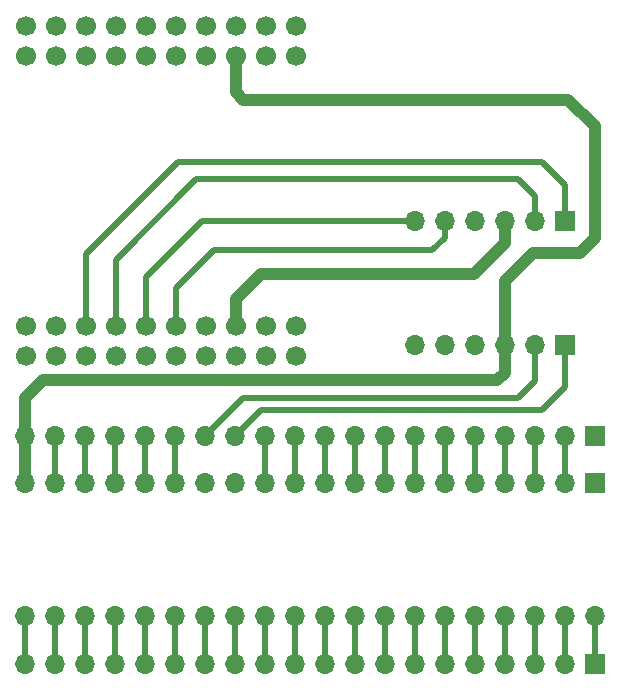
<source format=gtl>
G04 #@! TF.GenerationSoftware,KiCad,Pcbnew,(5.1.6)-1*
G04 #@! TF.CreationDate,2021-10-27T15:33:21+03:00*
G04 #@! TF.ProjectId,df_selector,64665f73-656c-4656-9374-6f722e6b6963,rev?*
G04 #@! TF.SameCoordinates,Original*
G04 #@! TF.FileFunction,Copper,L1,Top*
G04 #@! TF.FilePolarity,Positive*
%FSLAX46Y46*%
G04 Gerber Fmt 4.6, Leading zero omitted, Abs format (unit mm)*
G04 Created by KiCad (PCBNEW (5.1.6)-1) date 2021-10-27 15:33:21*
%MOMM*%
%LPD*%
G01*
G04 APERTURE LIST*
G04 #@! TA.AperFunction,ComponentPad*
%ADD10O,1.700000X1.700000*%
G04 #@! TD*
G04 #@! TA.AperFunction,ComponentPad*
%ADD11R,1.700000X1.700000*%
G04 #@! TD*
G04 #@! TA.AperFunction,ComponentPad*
%ADD12C,1.700000*%
G04 #@! TD*
G04 #@! TA.AperFunction,Conductor*
%ADD13C,1.000000*%
G04 #@! TD*
G04 #@! TA.AperFunction,Conductor*
%ADD14C,0.500000*%
G04 #@! TD*
G04 APERTURE END LIST*
D10*
X110840000Y-89750000D03*
X108300000Y-89750000D03*
X113380000Y-89750000D03*
D11*
X121000000Y-89750000D03*
D10*
X115920000Y-89750000D03*
X118460000Y-89750000D03*
X108300000Y-79250000D03*
X110840000Y-79250000D03*
X113380000Y-79250000D03*
X115920000Y-79250000D03*
X118460000Y-79250000D03*
D11*
X121000000Y-79250000D03*
D12*
X75320000Y-88180000D03*
X75320000Y-90720000D03*
X77860000Y-90720000D03*
X77860000Y-88180000D03*
X80400000Y-90720000D03*
X80400000Y-88180000D03*
X82940000Y-90720000D03*
X82940000Y-88180000D03*
X85480000Y-90720000D03*
X85480000Y-88180000D03*
X88020000Y-90720000D03*
X88020000Y-88180000D03*
X90560000Y-90720000D03*
X90560000Y-88180000D03*
X93100000Y-90720000D03*
X93100000Y-88180000D03*
X95640000Y-90720000D03*
X95640000Y-88180000D03*
X98180000Y-90720000D03*
X98180000Y-88180000D03*
X75320000Y-65320000D03*
X75320000Y-62780000D03*
X77860000Y-65320000D03*
X77860000Y-62780000D03*
X80400000Y-65320000D03*
X80400000Y-62780000D03*
X82940000Y-65320000D03*
X82940000Y-62780000D03*
X85480000Y-65320000D03*
X85480000Y-62780000D03*
X88020000Y-65320000D03*
X88020000Y-62780000D03*
X90560000Y-65320000D03*
X90560000Y-62780000D03*
X93100000Y-65320000D03*
X93100000Y-62780000D03*
X95640000Y-65320000D03*
X95640000Y-62780000D03*
X98180000Y-65320000D03*
X98180000Y-62780000D03*
D10*
X123510000Y-112740000D03*
X75250000Y-97500000D03*
X120970000Y-112740000D03*
X77790000Y-97500000D03*
X118430000Y-112740000D03*
X80330000Y-97500000D03*
X115890000Y-112740000D03*
X82870000Y-97500000D03*
X113350000Y-112740000D03*
X85410000Y-97500000D03*
X110810000Y-112740000D03*
X87950000Y-97500000D03*
X108270000Y-112740000D03*
X90490000Y-97500000D03*
X105730000Y-112740000D03*
X93030000Y-97500000D03*
X103190000Y-112740000D03*
X95570000Y-97500000D03*
X100650000Y-112740000D03*
X98110000Y-97500000D03*
X98110000Y-112740000D03*
X100650000Y-97500000D03*
X95570000Y-112740000D03*
X103190000Y-97500000D03*
X93030000Y-112740000D03*
X105730000Y-97500000D03*
X90490000Y-112740000D03*
X108270000Y-97500000D03*
X87950000Y-112740000D03*
X110810000Y-97500000D03*
X85410000Y-112740000D03*
X113350000Y-97500000D03*
X82870000Y-112740000D03*
X115890000Y-97500000D03*
X80330000Y-112740000D03*
X118430000Y-97500000D03*
X77790000Y-112740000D03*
X120970000Y-97500000D03*
X75250000Y-112740000D03*
D11*
X123510000Y-97500000D03*
X123500000Y-101500000D03*
D10*
X120960000Y-101500000D03*
X118420000Y-101500000D03*
X115880000Y-101500000D03*
X113340000Y-101500000D03*
X110800000Y-101500000D03*
X108260000Y-101500000D03*
X105720000Y-101500000D03*
X103180000Y-101500000D03*
X100640000Y-101500000D03*
X98100000Y-101500000D03*
X95560000Y-101500000D03*
X93020000Y-101500000D03*
X90480000Y-101500000D03*
X87940000Y-101500000D03*
X85400000Y-101500000D03*
X82860000Y-101500000D03*
X80320000Y-101500000D03*
X77780000Y-101500000D03*
X75240000Y-101500000D03*
X75240000Y-116750000D03*
X77780000Y-116750000D03*
X80320000Y-116750000D03*
X82860000Y-116750000D03*
X85400000Y-116750000D03*
X87940000Y-116750000D03*
X90480000Y-116750000D03*
X93020000Y-116750000D03*
X95560000Y-116750000D03*
X98100000Y-116750000D03*
X100640000Y-116750000D03*
X103180000Y-116750000D03*
X105720000Y-116750000D03*
X108260000Y-116750000D03*
X110800000Y-116750000D03*
X113340000Y-116750000D03*
X115880000Y-116750000D03*
X118420000Y-116750000D03*
X120960000Y-116750000D03*
D11*
X123500000Y-116750000D03*
D13*
X75250000Y-101490000D02*
X75240000Y-101500000D01*
X75250000Y-97500000D02*
X75250000Y-101490000D01*
D14*
X77790000Y-101490000D02*
X77780000Y-101500000D01*
X77790000Y-97500000D02*
X77790000Y-101490000D01*
X80330000Y-101490000D02*
X80320000Y-101500000D01*
X80330000Y-97500000D02*
X80330000Y-101490000D01*
X82870000Y-101490000D02*
X82860000Y-101500000D01*
X82870000Y-97500000D02*
X82870000Y-101490000D01*
X85410000Y-101490000D02*
X85400000Y-101500000D01*
X85410000Y-97500000D02*
X85410000Y-101490000D01*
X87950000Y-101490000D02*
X87940000Y-101500000D01*
X87950000Y-97500000D02*
X87950000Y-101490000D01*
X95570000Y-101490000D02*
X95560000Y-101500000D01*
X95570000Y-97500000D02*
X95570000Y-101490000D01*
X98110000Y-101490000D02*
X98100000Y-101500000D01*
X98110000Y-97500000D02*
X98110000Y-101490000D01*
X100650000Y-101490000D02*
X100640000Y-101500000D01*
X100650000Y-97500000D02*
X100650000Y-101490000D01*
X103190000Y-101490000D02*
X103180000Y-101500000D01*
X103190000Y-97500000D02*
X103190000Y-101490000D01*
X105730000Y-101490000D02*
X105720000Y-101500000D01*
X105730000Y-97500000D02*
X105730000Y-101490000D01*
X108270000Y-101490000D02*
X108260000Y-101500000D01*
X108270000Y-97500000D02*
X108270000Y-101490000D01*
X110810000Y-101490000D02*
X110800000Y-101500000D01*
X110810000Y-97500000D02*
X110810000Y-101490000D01*
X113350000Y-101490000D02*
X113340000Y-101500000D01*
X113350000Y-97500000D02*
X113350000Y-101490000D01*
X115890000Y-101490000D02*
X115880000Y-101500000D01*
X115890000Y-97500000D02*
X115890000Y-101490000D01*
X118430000Y-101490000D02*
X118420000Y-101500000D01*
X118430000Y-97500000D02*
X118430000Y-101490000D01*
X120970000Y-101490000D02*
X120960000Y-101500000D01*
X120970000Y-97500000D02*
X120970000Y-101490000D01*
X75250000Y-116740000D02*
X75240000Y-116750000D01*
X75250000Y-112740000D02*
X75250000Y-116740000D01*
X77790000Y-116740000D02*
X77780000Y-116750000D01*
X77790000Y-112740000D02*
X77790000Y-116740000D01*
X80330000Y-116740000D02*
X80320000Y-116750000D01*
X80330000Y-112740000D02*
X80330000Y-116740000D01*
X82870000Y-116740000D02*
X82860000Y-116750000D01*
X82870000Y-112740000D02*
X82870000Y-116740000D01*
X85410000Y-116740000D02*
X85400000Y-116750000D01*
X85410000Y-112740000D02*
X85410000Y-116740000D01*
X87950000Y-116740000D02*
X87940000Y-116750000D01*
X87950000Y-112740000D02*
X87950000Y-116740000D01*
X90490000Y-116740000D02*
X90480000Y-116750000D01*
X90490000Y-112740000D02*
X90490000Y-116740000D01*
X93030000Y-116740000D02*
X93020000Y-116750000D01*
X93030000Y-112740000D02*
X93030000Y-116740000D01*
X95570000Y-116740000D02*
X95560000Y-116750000D01*
X95570000Y-112740000D02*
X95570000Y-116740000D01*
X98110000Y-116740000D02*
X98100000Y-116750000D01*
X98110000Y-112740000D02*
X98110000Y-116740000D01*
X100650000Y-116740000D02*
X100640000Y-116750000D01*
X100650000Y-112740000D02*
X100650000Y-116740000D01*
X103190000Y-116740000D02*
X103180000Y-116750000D01*
X103190000Y-112740000D02*
X103190000Y-116740000D01*
X105730000Y-116740000D02*
X105720000Y-116750000D01*
X105730000Y-112740000D02*
X105730000Y-116740000D01*
X108270000Y-116740000D02*
X108260000Y-116750000D01*
X108270000Y-112740000D02*
X108270000Y-116740000D01*
X110810000Y-116740000D02*
X110800000Y-116750000D01*
X110810000Y-112740000D02*
X110810000Y-116740000D01*
X113350000Y-116740000D02*
X113340000Y-116750000D01*
X113350000Y-112740000D02*
X113350000Y-116740000D01*
X115890000Y-116740000D02*
X115880000Y-116750000D01*
X115890000Y-112740000D02*
X115890000Y-116740000D01*
X118430000Y-116740000D02*
X118420000Y-116750000D01*
X118430000Y-112740000D02*
X118430000Y-116740000D01*
X120970000Y-116740000D02*
X120960000Y-116750000D01*
X120970000Y-112740000D02*
X120970000Y-116740000D01*
X123510000Y-116740000D02*
X123500000Y-116750000D01*
X123510000Y-112740000D02*
X123510000Y-116740000D01*
X90490000Y-97500000D02*
X93740000Y-94250000D01*
X80400000Y-82100000D02*
X80400000Y-88180000D01*
X88250000Y-74250000D02*
X80400000Y-82100000D01*
X82940000Y-88180000D02*
X82940000Y-82560000D01*
X82940000Y-82560000D02*
X89750000Y-75750000D01*
X85480000Y-88180000D02*
X85480000Y-84020000D01*
X85480000Y-84020000D02*
X90250000Y-79250000D01*
X88020000Y-88180000D02*
X88020000Y-84980000D01*
X88020000Y-84980000D02*
X91250000Y-81750000D01*
D13*
X75250000Y-97500000D02*
X75250000Y-94250000D01*
X75250000Y-94250000D02*
X76750000Y-92750000D01*
X93100000Y-88180000D02*
X93100000Y-85900000D01*
X93100000Y-85900000D02*
X95250000Y-83750000D01*
D14*
X93030000Y-97500000D02*
X95280000Y-95250000D01*
X95280000Y-95250000D02*
X119000000Y-95250000D01*
X120950000Y-93300000D02*
X120950000Y-89750000D01*
X119000000Y-95250000D02*
X120950000Y-93300000D01*
X93740000Y-94250000D02*
X117000000Y-94250000D01*
X118410000Y-92840000D02*
X118410000Y-89750000D01*
X117000000Y-94250000D02*
X118410000Y-92840000D01*
D13*
X76750000Y-92750000D02*
X115250000Y-92750000D01*
X115870000Y-92130000D02*
X115870000Y-89750000D01*
X115250000Y-92750000D02*
X115870000Y-92130000D01*
X115870000Y-89750000D02*
X115870000Y-84380000D01*
X115870000Y-84380000D02*
X118250000Y-82000000D01*
X118250000Y-82000000D02*
X122250000Y-82000000D01*
X122250000Y-82000000D02*
X123500000Y-80750000D01*
X123500000Y-80750000D02*
X123500000Y-71250000D01*
X123500000Y-71250000D02*
X121250000Y-69000000D01*
X121250000Y-69000000D02*
X93750000Y-69000000D01*
X93100000Y-68350000D02*
X93100000Y-65320000D01*
X93750000Y-69000000D02*
X93100000Y-68350000D01*
X95250000Y-83750000D02*
X113250000Y-83750000D01*
X115870000Y-81130000D02*
X115870000Y-79250000D01*
X113250000Y-83750000D02*
X115870000Y-81130000D01*
D14*
X90250000Y-79250000D02*
X108250000Y-79250000D01*
X91250000Y-81750000D02*
X109750000Y-81750000D01*
X110790000Y-80710000D02*
X110790000Y-79250000D01*
X109750000Y-81750000D02*
X110790000Y-80710000D01*
X88250000Y-74250000D02*
X119000000Y-74250000D01*
X120950000Y-76200000D02*
X120950000Y-79250000D01*
X119000000Y-74250000D02*
X120950000Y-76200000D01*
X89750000Y-75750000D02*
X117000000Y-75750000D01*
X118410000Y-77160000D02*
X118410000Y-79250000D01*
X117000000Y-75750000D02*
X118410000Y-77160000D01*
M02*

</source>
